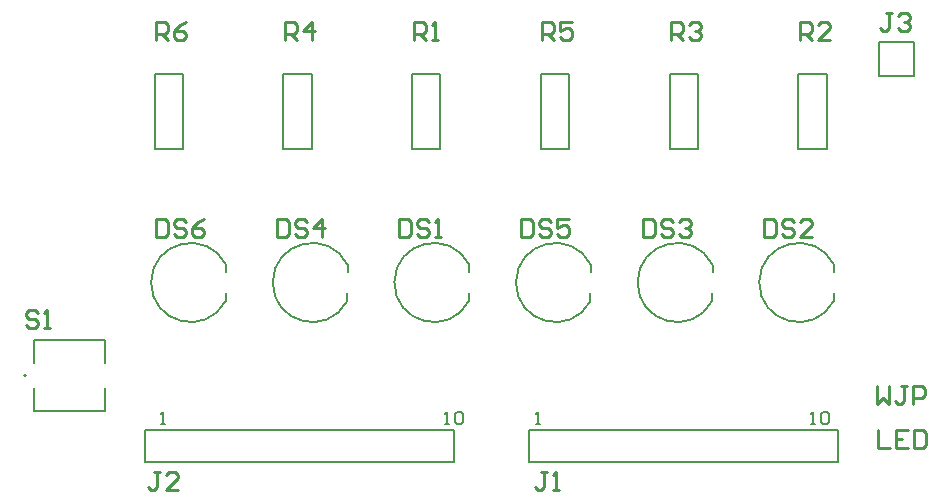
<source format=gto>
G04*
G04 #@! TF.GenerationSoftware,Altium Limited,Altium Designer,23.10.1 (27)*
G04*
G04 Layer_Color=65535*
%FSLAX44Y44*%
%MOMM*%
G71*
G04*
G04 #@! TF.SameCoordinates,EF3A79F6-4BF0-4314-9102-79B481C5C986*
G04*
G04*
G04 #@! TF.FilePolarity,Positive*
G04*
G01*
G75*
%ADD10C,0.2000*%
%ADD11C,0.1270*%
%ADD12C,0.1524*%
%ADD13C,0.2540*%
D10*
X1004838Y683060D02*
G03*
X1004504Y652334I-29910J-15040D01*
G01*
X1313753Y683060D02*
G03*
X1313419Y652334I-29910J-15040D01*
G01*
X1210781Y683060D02*
G03*
X1210447Y652334I-29910J-15040D01*
G01*
X901866Y683060D02*
G03*
X901532Y652334I-29910J-15040D01*
G01*
X1107809Y683060D02*
G03*
X1107475Y652334I-29910J-15040D01*
G01*
X798894Y683060D02*
G03*
X798560Y652334I-29910J-15040D01*
G01*
X629750Y589280D02*
G03*
X629750Y589280I-1000J0D01*
G01*
X1004500Y652362D02*
Y658720D01*
X1004900Y676656D02*
Y683016D01*
X1313815Y676656D02*
Y683016D01*
X1313415Y652362D02*
Y658720D01*
X1210443Y652362D02*
Y658720D01*
X1210843Y676656D02*
Y683016D01*
X901928Y676656D02*
Y683016D01*
X901528Y652362D02*
Y658720D01*
X1107472Y652362D02*
Y658720D01*
X1107872Y676656D02*
Y683016D01*
X798957Y676656D02*
Y683016D01*
X798557Y652362D02*
Y658720D01*
X730310Y543090D02*
X991810D01*
Y516090D02*
Y543090D01*
X730310Y516090D02*
X991810D01*
X730310D02*
Y543090D01*
X1055430D02*
X1316930D01*
Y516090D02*
Y543090D01*
X1055430Y516090D02*
X1316930D01*
X1055430D02*
Y543090D01*
X1351915Y842899D02*
Y871601D01*
Y842899D02*
X1381125D01*
Y871601D01*
X1351915D02*
X1381125D01*
X738570Y844300D02*
X762570D01*
Y781300D02*
Y844300D01*
X738570Y781300D02*
Y844300D01*
Y781300D02*
X762570D01*
X1065468Y844300D02*
X1089468D01*
Y781300D02*
Y844300D01*
X1065468Y781300D02*
Y844300D01*
Y781300D02*
X1089468D01*
X847536Y844300D02*
X871536D01*
Y781300D02*
Y844300D01*
X847536Y781300D02*
Y844300D01*
Y781300D02*
X871536D01*
X1174434Y844300D02*
X1198434D01*
Y781300D02*
Y844300D01*
X1174434Y781300D02*
Y844300D01*
Y781300D02*
X1198434D01*
X1283400Y844300D02*
X1307400D01*
Y781300D02*
Y844300D01*
X1283400Y781300D02*
Y844300D01*
Y781300D02*
X1307400D01*
X956502Y844300D02*
X980502D01*
Y781300D02*
Y844300D01*
X956502Y781300D02*
Y844300D01*
Y781300D02*
X980502D01*
D11*
X636750Y619280D02*
X696750D01*
Y600030D02*
Y619280D01*
Y559280D02*
Y578530D01*
X636750Y559280D02*
X696750D01*
X636750D02*
Y578530D01*
Y600030D02*
Y619280D01*
D12*
X984250Y548640D02*
X987636D01*
X985943D01*
Y558797D01*
X984250Y557104D01*
X992714D02*
X994407Y558797D01*
X997792D01*
X999485Y557104D01*
Y550333D01*
X997792Y548640D01*
X994407D01*
X992714Y550333D01*
Y557104D01*
X744220Y548640D02*
X747606D01*
X745913D01*
Y558797D01*
X744220Y557104D01*
X1294130Y548640D02*
X1297516D01*
X1295823D01*
Y558797D01*
X1294130Y557104D01*
X1302594D02*
X1304287Y558797D01*
X1307672D01*
X1309365Y557104D01*
Y550333D01*
X1307672Y548640D01*
X1304287D01*
X1302594Y550333D01*
Y557104D01*
X1061720Y548640D02*
X1065106D01*
X1063413D01*
Y558797D01*
X1061720Y557104D01*
D13*
X1351280Y543555D02*
Y528320D01*
X1361437D01*
X1376672Y543555D02*
X1366515D01*
Y528320D01*
X1376672D01*
X1366515Y535938D02*
X1371593D01*
X1381750Y543555D02*
Y528320D01*
X1389368D01*
X1391907Y530859D01*
Y541016D01*
X1389368Y543555D01*
X1381750D01*
X1350010Y580385D02*
Y565150D01*
X1355088Y570228D01*
X1360167Y565150D01*
Y580385D01*
X1375402D02*
X1370323D01*
X1372863D01*
Y567689D01*
X1370323Y565150D01*
X1367784D01*
X1365245Y567689D01*
X1380480Y565150D02*
Y580385D01*
X1388098D01*
X1390637Y577846D01*
Y572767D01*
X1388098Y570228D01*
X1380480D01*
X1362707Y896361D02*
X1357628D01*
X1360168D01*
Y883665D01*
X1357628Y881126D01*
X1355089D01*
X1352550Y883665D01*
X1367785Y893822D02*
X1370324Y896361D01*
X1375403D01*
X1377942Y893822D01*
Y891283D01*
X1375403Y888744D01*
X1372863D01*
X1375403D01*
X1377942Y886204D01*
Y883665D01*
X1375403Y881126D01*
X1370324D01*
X1367785Y883665D01*
X639569Y642362D02*
X637029Y644901D01*
X631951D01*
X629412Y642362D01*
Y639823D01*
X631951Y637284D01*
X637029D01*
X639569Y634744D01*
Y632205D01*
X637029Y629666D01*
X631951D01*
X629412Y632205D01*
X644647Y629666D02*
X649725D01*
X647186D01*
Y644901D01*
X644647Y642362D01*
X739902Y873506D02*
Y888741D01*
X747520D01*
X750059Y886202D01*
Y881124D01*
X747520Y878584D01*
X739902D01*
X744980D02*
X750059Y873506D01*
X765294Y888741D02*
X760215Y886202D01*
X755137Y881124D01*
Y876045D01*
X757676Y873506D01*
X762755D01*
X765294Y876045D01*
Y878584D01*
X762755Y881124D01*
X755137D01*
X1066800Y873506D02*
Y888741D01*
X1074417D01*
X1076957Y886202D01*
Y881124D01*
X1074417Y878584D01*
X1066800D01*
X1071878D02*
X1076957Y873506D01*
X1092192Y888741D02*
X1082035D01*
Y881124D01*
X1087113Y883663D01*
X1089653D01*
X1092192Y881124D01*
Y876045D01*
X1089653Y873506D01*
X1084574D01*
X1082035Y876045D01*
X848868Y873506D02*
Y888741D01*
X856486D01*
X859025Y886202D01*
Y881124D01*
X856486Y878584D01*
X848868D01*
X853946D02*
X859025Y873506D01*
X871721D02*
Y888741D01*
X864103Y881124D01*
X874260D01*
X1175766Y873506D02*
Y888741D01*
X1183383D01*
X1185923Y886202D01*
Y881124D01*
X1183383Y878584D01*
X1175766D01*
X1180844D02*
X1185923Y873506D01*
X1191001Y886202D02*
X1193540Y888741D01*
X1198619D01*
X1201158Y886202D01*
Y883663D01*
X1198619Y881124D01*
X1196079D01*
X1198619D01*
X1201158Y878584D01*
Y876045D01*
X1198619Y873506D01*
X1193540D01*
X1191001Y876045D01*
X1284732Y873506D02*
Y888741D01*
X1292350D01*
X1294889Y886202D01*
Y881124D01*
X1292350Y878584D01*
X1284732D01*
X1289810D02*
X1294889Y873506D01*
X1310124D02*
X1299967D01*
X1310124Y883663D01*
Y886202D01*
X1307585Y888741D01*
X1302506D01*
X1299967Y886202D01*
X957834Y873506D02*
Y888741D01*
X965452D01*
X967991Y886202D01*
Y881124D01*
X965452Y878584D01*
X957834D01*
X962912D02*
X967991Y873506D01*
X973069D02*
X978147D01*
X975608D01*
Y888741D01*
X973069Y886202D01*
X742951Y507998D02*
X737872D01*
X740412D01*
Y495302D01*
X737872Y492762D01*
X735333D01*
X732794Y495302D01*
X758186Y492762D02*
X748029D01*
X758186Y502919D01*
Y505458D01*
X755647Y507998D01*
X750568D01*
X748029Y505458D01*
X1070610Y507998D02*
X1065532D01*
X1068071D01*
Y495302D01*
X1065532Y492762D01*
X1062992D01*
X1060453Y495302D01*
X1075688Y492762D02*
X1080767D01*
X1078228D01*
Y507998D01*
X1075688Y505458D01*
X739648Y721609D02*
Y706374D01*
X747265D01*
X749805Y708913D01*
Y719070D01*
X747265Y721609D01*
X739648D01*
X765040Y719070D02*
X762501Y721609D01*
X757422D01*
X754883Y719070D01*
Y716531D01*
X757422Y713991D01*
X762501D01*
X765040Y711452D01*
Y708913D01*
X762501Y706374D01*
X757422D01*
X754883Y708913D01*
X780275Y721609D02*
X775197Y719070D01*
X770118Y713991D01*
Y708913D01*
X772657Y706374D01*
X777736D01*
X780275Y708913D01*
Y711452D01*
X777736Y713991D01*
X770118D01*
X1048512Y721609D02*
Y706374D01*
X1056130D01*
X1058669Y708913D01*
Y719070D01*
X1056130Y721609D01*
X1048512D01*
X1073904Y719070D02*
X1071365Y721609D01*
X1066286D01*
X1063747Y719070D01*
Y716531D01*
X1066286Y713991D01*
X1071365D01*
X1073904Y711452D01*
Y708913D01*
X1071365Y706374D01*
X1066286D01*
X1063747Y708913D01*
X1089139Y721609D02*
X1078982D01*
Y713991D01*
X1084061Y716531D01*
X1086600D01*
X1089139Y713991D01*
Y708913D01*
X1086600Y706374D01*
X1081521D01*
X1078982Y708913D01*
X842518Y721609D02*
Y706374D01*
X850135D01*
X852675Y708913D01*
Y719070D01*
X850135Y721609D01*
X842518D01*
X867910Y719070D02*
X865371Y721609D01*
X860292D01*
X857753Y719070D01*
Y716531D01*
X860292Y713991D01*
X865371D01*
X867910Y711452D01*
Y708913D01*
X865371Y706374D01*
X860292D01*
X857753Y708913D01*
X880606Y706374D02*
Y721609D01*
X872988Y713991D01*
X883145D01*
X1151636Y721609D02*
Y706374D01*
X1159253D01*
X1161793Y708913D01*
Y719070D01*
X1159253Y721609D01*
X1151636D01*
X1177028Y719070D02*
X1174489Y721609D01*
X1169410D01*
X1166871Y719070D01*
Y716531D01*
X1169410Y713991D01*
X1174489D01*
X1177028Y711452D01*
Y708913D01*
X1174489Y706374D01*
X1169410D01*
X1166871Y708913D01*
X1182106Y719070D02*
X1184645Y721609D01*
X1189724D01*
X1192263Y719070D01*
Y716531D01*
X1189724Y713991D01*
X1187185D01*
X1189724D01*
X1192263Y711452D01*
Y708913D01*
X1189724Y706374D01*
X1184645D01*
X1182106Y708913D01*
X1254506Y721609D02*
Y706374D01*
X1262123D01*
X1264663Y708913D01*
Y719070D01*
X1262123Y721609D01*
X1254506D01*
X1279898Y719070D02*
X1277359Y721609D01*
X1272280D01*
X1269741Y719070D01*
Y716531D01*
X1272280Y713991D01*
X1277359D01*
X1279898Y711452D01*
Y708913D01*
X1277359Y706374D01*
X1272280D01*
X1269741Y708913D01*
X1295133Y706374D02*
X1284976D01*
X1295133Y716531D01*
Y719070D01*
X1292594Y721609D01*
X1287515D01*
X1284976Y719070D01*
X945642Y721609D02*
Y706374D01*
X953260D01*
X955799Y708913D01*
Y719070D01*
X953260Y721609D01*
X945642D01*
X971034Y719070D02*
X968495Y721609D01*
X963416D01*
X960877Y719070D01*
Y716531D01*
X963416Y713991D01*
X968495D01*
X971034Y711452D01*
Y708913D01*
X968495Y706374D01*
X963416D01*
X960877Y708913D01*
X976112Y706374D02*
X981190D01*
X978651D01*
Y721609D01*
X976112Y719070D01*
M02*

</source>
